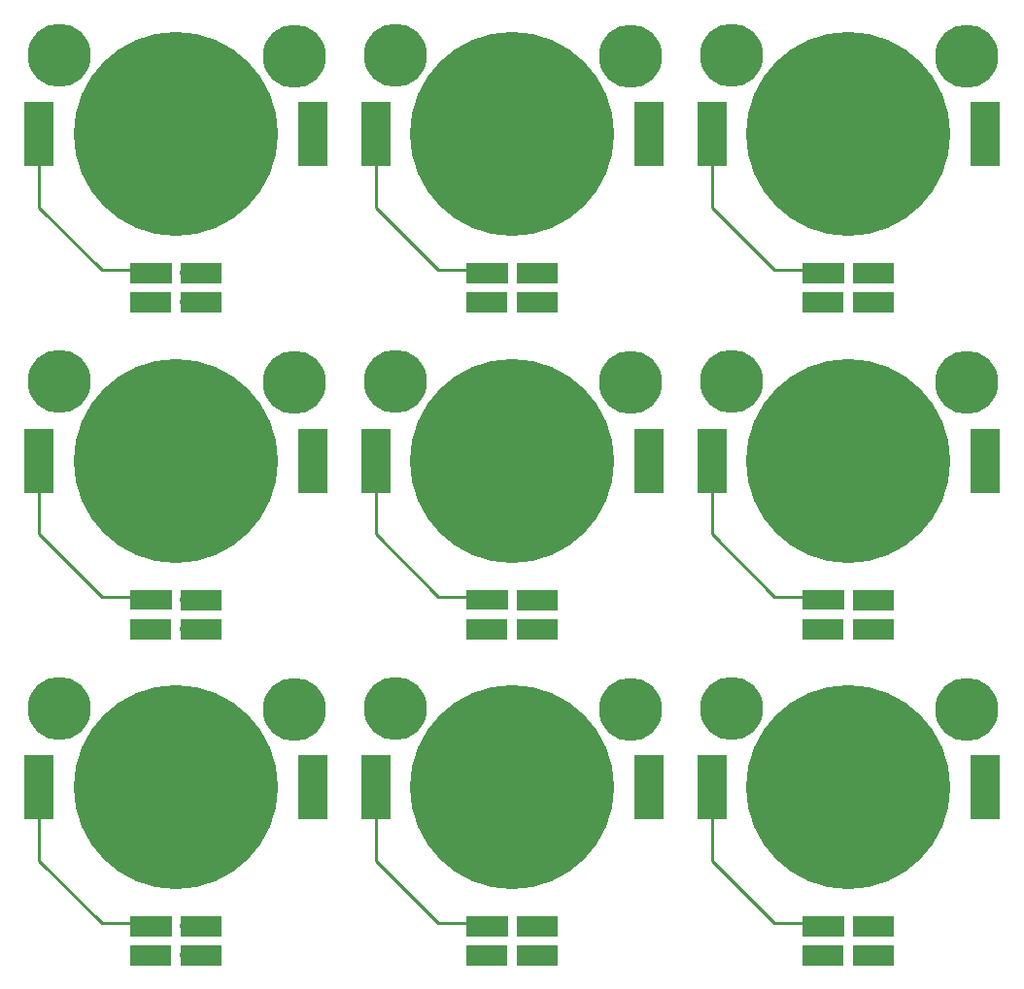
<source format=gbr>
%TF.GenerationSoftware,KiCad,Pcbnew,7.0.2-0*%
%TF.CreationDate,2024-04-23T15:27:54-05:00*%
%TF.ProjectId,saopowerbrdvcut,73616f70-6f77-4657-9262-726476637574,rev?*%
%TF.SameCoordinates,Original*%
%TF.FileFunction,Copper,L1,Top*%
%TF.FilePolarity,Positive*%
%FSLAX46Y46*%
G04 Gerber Fmt 4.6, Leading zero omitted, Abs format (unit mm)*
G04 Created by KiCad (PCBNEW 7.0.2-0) date 2024-04-23 15:27:54*
%MOMM*%
%LPD*%
G01*
G04 APERTURE LIST*
%TA.AperFunction,EtchedComponent*%
%ADD10C,0.120000*%
%TD*%
%TA.AperFunction,SMDPad,CuDef*%
%ADD11R,2.600000X5.560000*%
%TD*%
%TA.AperFunction,SMDPad,CuDef*%
%ADD12C,17.800000*%
%TD*%
%TA.AperFunction,ComponentPad*%
%ADD13R,1.727200X1.727200*%
%TD*%
%TA.AperFunction,ComponentPad*%
%ADD14C,1.727200*%
%TD*%
%TA.AperFunction,ComponentPad*%
%ADD15O,1.727200X1.727200*%
%TD*%
%TA.AperFunction,ViaPad*%
%ADD16C,5.500000*%
%TD*%
%TA.AperFunction,ViaPad*%
%ADD17C,0.800000*%
%TD*%
%TA.AperFunction,Conductor*%
%ADD18C,0.250000*%
%TD*%
G04 APERTURE END LIST*
D10*
%TO.C,REF\u002A\u002A*%
X118714001Y-43740654D02*
X115194001Y-43740654D01*
X115194001Y-43740654D02*
X115194001Y-45420654D01*
X115194001Y-45420654D02*
X118714001Y-45420654D01*
X118714001Y-45420654D02*
X118714001Y-43740654D01*
G36*
X118714001Y-43740654D02*
G01*
X115194001Y-43740654D01*
X115194001Y-45420654D01*
X118714001Y-45420654D01*
X118714001Y-43740654D01*
G37*
X118744001Y-41190654D02*
X115224001Y-41190654D01*
X115224001Y-41190654D02*
X115224001Y-42870654D01*
X115224001Y-42870654D02*
X118744001Y-42870654D01*
X118744001Y-42870654D02*
X118744001Y-41190654D01*
G36*
X118744001Y-41190654D02*
G01*
X115224001Y-41190654D01*
X115224001Y-42870654D01*
X118744001Y-42870654D01*
X118744001Y-41190654D01*
G37*
X123124001Y-41200654D02*
X119604001Y-41200654D01*
X119604001Y-41200654D02*
X119604001Y-42880654D01*
X119604001Y-42880654D02*
X123124001Y-42880654D01*
X123124001Y-42880654D02*
X123124001Y-41200654D01*
G36*
X123124001Y-41200654D02*
G01*
X119604001Y-41200654D01*
X119604001Y-42880654D01*
X123124001Y-42880654D01*
X123124001Y-41200654D01*
G37*
X123124001Y-43740654D02*
X119604001Y-43740654D01*
X119604001Y-43740654D02*
X119604001Y-45420654D01*
X119604001Y-45420654D02*
X123124001Y-45420654D01*
X123124001Y-45420654D02*
X123124001Y-43740654D01*
G36*
X123124001Y-43740654D02*
G01*
X119604001Y-43740654D01*
X119604001Y-45420654D01*
X123124001Y-45420654D01*
X123124001Y-43740654D01*
G37*
X148016000Y-43740654D02*
X144496000Y-43740654D01*
X144496000Y-43740654D02*
X144496000Y-45420654D01*
X144496000Y-45420654D02*
X148016000Y-45420654D01*
X148016000Y-45420654D02*
X148016000Y-43740654D01*
G36*
X148016000Y-43740654D02*
G01*
X144496000Y-43740654D01*
X144496000Y-45420654D01*
X148016000Y-45420654D01*
X148016000Y-43740654D01*
G37*
X148046000Y-41190654D02*
X144526000Y-41190654D01*
X144526000Y-41190654D02*
X144526000Y-42870654D01*
X144526000Y-42870654D02*
X148046000Y-42870654D01*
X148046000Y-42870654D02*
X148046000Y-41190654D01*
G36*
X148046000Y-41190654D02*
G01*
X144526000Y-41190654D01*
X144526000Y-42870654D01*
X148046000Y-42870654D01*
X148046000Y-41190654D01*
G37*
X152426000Y-41200654D02*
X148906000Y-41200654D01*
X148906000Y-41200654D02*
X148906000Y-42880654D01*
X148906000Y-42880654D02*
X152426000Y-42880654D01*
X152426000Y-42880654D02*
X152426000Y-41200654D01*
G36*
X152426000Y-41200654D02*
G01*
X148906000Y-41200654D01*
X148906000Y-42880654D01*
X152426000Y-42880654D01*
X152426000Y-41200654D01*
G37*
X152426000Y-43740654D02*
X148906000Y-43740654D01*
X148906000Y-43740654D02*
X148906000Y-45420654D01*
X148906000Y-45420654D02*
X152426000Y-45420654D01*
X152426000Y-45420654D02*
X152426000Y-43740654D01*
G36*
X152426000Y-43740654D02*
G01*
X148906000Y-43740654D01*
X148906000Y-45420654D01*
X152426000Y-45420654D01*
X152426000Y-43740654D01*
G37*
X177317999Y-72231709D02*
X173797999Y-72231709D01*
X173797999Y-72231709D02*
X173797999Y-73911709D01*
X173797999Y-73911709D02*
X177317999Y-73911709D01*
X177317999Y-73911709D02*
X177317999Y-72231709D01*
G36*
X177317999Y-72231709D02*
G01*
X173797999Y-72231709D01*
X173797999Y-73911709D01*
X177317999Y-73911709D01*
X177317999Y-72231709D01*
G37*
X177347999Y-69681709D02*
X173827999Y-69681709D01*
X173827999Y-69681709D02*
X173827999Y-71361709D01*
X173827999Y-71361709D02*
X177347999Y-71361709D01*
X177347999Y-71361709D02*
X177347999Y-69681709D01*
G36*
X177347999Y-69681709D02*
G01*
X173827999Y-69681709D01*
X173827999Y-71361709D01*
X177347999Y-71361709D01*
X177347999Y-69681709D01*
G37*
X181727999Y-69691709D02*
X178207999Y-69691709D01*
X178207999Y-69691709D02*
X178207999Y-71371709D01*
X178207999Y-71371709D02*
X181727999Y-71371709D01*
X181727999Y-71371709D02*
X181727999Y-69691709D01*
G36*
X181727999Y-69691709D02*
G01*
X178207999Y-69691709D01*
X178207999Y-71371709D01*
X181727999Y-71371709D01*
X181727999Y-69691709D01*
G37*
X181727999Y-72231709D02*
X178207999Y-72231709D01*
X178207999Y-72231709D02*
X178207999Y-73911709D01*
X178207999Y-73911709D02*
X181727999Y-73911709D01*
X181727999Y-73911709D02*
X181727999Y-72231709D01*
G36*
X181727999Y-72231709D02*
G01*
X178207999Y-72231709D01*
X178207999Y-73911709D01*
X181727999Y-73911709D01*
X181727999Y-72231709D01*
G37*
X118714001Y-100722764D02*
X115194001Y-100722764D01*
X115194001Y-100722764D02*
X115194001Y-102402764D01*
X115194001Y-102402764D02*
X118714001Y-102402764D01*
X118714001Y-102402764D02*
X118714001Y-100722764D01*
G36*
X118714001Y-100722764D02*
G01*
X115194001Y-100722764D01*
X115194001Y-102402764D01*
X118714001Y-102402764D01*
X118714001Y-100722764D01*
G37*
X118744001Y-98172764D02*
X115224001Y-98172764D01*
X115224001Y-98172764D02*
X115224001Y-99852764D01*
X115224001Y-99852764D02*
X118744001Y-99852764D01*
X118744001Y-99852764D02*
X118744001Y-98172764D01*
G36*
X118744001Y-98172764D02*
G01*
X115224001Y-98172764D01*
X115224001Y-99852764D01*
X118744001Y-99852764D01*
X118744001Y-98172764D01*
G37*
X123124001Y-98182764D02*
X119604001Y-98182764D01*
X119604001Y-98182764D02*
X119604001Y-99862764D01*
X119604001Y-99862764D02*
X123124001Y-99862764D01*
X123124001Y-99862764D02*
X123124001Y-98182764D01*
G36*
X123124001Y-98182764D02*
G01*
X119604001Y-98182764D01*
X119604001Y-99862764D01*
X123124001Y-99862764D01*
X123124001Y-98182764D01*
G37*
X123124001Y-100722764D02*
X119604001Y-100722764D01*
X119604001Y-100722764D02*
X119604001Y-102402764D01*
X119604001Y-102402764D02*
X123124001Y-102402764D01*
X123124001Y-102402764D02*
X123124001Y-100722764D01*
G36*
X123124001Y-100722764D02*
G01*
X119604001Y-100722764D01*
X119604001Y-102402764D01*
X123124001Y-102402764D01*
X123124001Y-100722764D01*
G37*
X118714001Y-72231709D02*
X115194001Y-72231709D01*
X115194001Y-72231709D02*
X115194001Y-73911709D01*
X115194001Y-73911709D02*
X118714001Y-73911709D01*
X118714001Y-73911709D02*
X118714001Y-72231709D01*
G36*
X118714001Y-72231709D02*
G01*
X115194001Y-72231709D01*
X115194001Y-73911709D01*
X118714001Y-73911709D01*
X118714001Y-72231709D01*
G37*
X118744001Y-69681709D02*
X115224001Y-69681709D01*
X115224001Y-69681709D02*
X115224001Y-71361709D01*
X115224001Y-71361709D02*
X118744001Y-71361709D01*
X118744001Y-71361709D02*
X118744001Y-69681709D01*
G36*
X118744001Y-69681709D02*
G01*
X115224001Y-69681709D01*
X115224001Y-71361709D01*
X118744001Y-71361709D01*
X118744001Y-69681709D01*
G37*
X123124001Y-69691709D02*
X119604001Y-69691709D01*
X119604001Y-69691709D02*
X119604001Y-71371709D01*
X119604001Y-71371709D02*
X123124001Y-71371709D01*
X123124001Y-71371709D02*
X123124001Y-69691709D01*
G36*
X123124001Y-69691709D02*
G01*
X119604001Y-69691709D01*
X119604001Y-71371709D01*
X123124001Y-71371709D01*
X123124001Y-69691709D01*
G37*
X123124001Y-72231709D02*
X119604001Y-72231709D01*
X119604001Y-72231709D02*
X119604001Y-73911709D01*
X119604001Y-73911709D02*
X123124001Y-73911709D01*
X123124001Y-73911709D02*
X123124001Y-72231709D01*
G36*
X123124001Y-72231709D02*
G01*
X119604001Y-72231709D01*
X119604001Y-73911709D01*
X123124001Y-73911709D01*
X123124001Y-72231709D01*
G37*
X177317999Y-43740654D02*
X173797999Y-43740654D01*
X173797999Y-43740654D02*
X173797999Y-45420654D01*
X173797999Y-45420654D02*
X177317999Y-45420654D01*
X177317999Y-45420654D02*
X177317999Y-43740654D01*
G36*
X177317999Y-43740654D02*
G01*
X173797999Y-43740654D01*
X173797999Y-45420654D01*
X177317999Y-45420654D01*
X177317999Y-43740654D01*
G37*
X177347999Y-41190654D02*
X173827999Y-41190654D01*
X173827999Y-41190654D02*
X173827999Y-42870654D01*
X173827999Y-42870654D02*
X177347999Y-42870654D01*
X177347999Y-42870654D02*
X177347999Y-41190654D01*
G36*
X177347999Y-41190654D02*
G01*
X173827999Y-41190654D01*
X173827999Y-42870654D01*
X177347999Y-42870654D01*
X177347999Y-41190654D01*
G37*
X181727999Y-41200654D02*
X178207999Y-41200654D01*
X178207999Y-41200654D02*
X178207999Y-42880654D01*
X178207999Y-42880654D02*
X181727999Y-42880654D01*
X181727999Y-42880654D02*
X181727999Y-41200654D01*
G36*
X181727999Y-41200654D02*
G01*
X178207999Y-41200654D01*
X178207999Y-42880654D01*
X181727999Y-42880654D01*
X181727999Y-41200654D01*
G37*
X181727999Y-43740654D02*
X178207999Y-43740654D01*
X178207999Y-43740654D02*
X178207999Y-45420654D01*
X178207999Y-45420654D02*
X181727999Y-45420654D01*
X181727999Y-45420654D02*
X181727999Y-43740654D01*
G36*
X181727999Y-43740654D02*
G01*
X178207999Y-43740654D01*
X178207999Y-45420654D01*
X181727999Y-45420654D01*
X181727999Y-43740654D01*
G37*
X148016000Y-100722764D02*
X144496000Y-100722764D01*
X144496000Y-100722764D02*
X144496000Y-102402764D01*
X144496000Y-102402764D02*
X148016000Y-102402764D01*
X148016000Y-102402764D02*
X148016000Y-100722764D01*
G36*
X148016000Y-100722764D02*
G01*
X144496000Y-100722764D01*
X144496000Y-102402764D01*
X148016000Y-102402764D01*
X148016000Y-100722764D01*
G37*
X148046000Y-98172764D02*
X144526000Y-98172764D01*
X144526000Y-98172764D02*
X144526000Y-99852764D01*
X144526000Y-99852764D02*
X148046000Y-99852764D01*
X148046000Y-99852764D02*
X148046000Y-98172764D01*
G36*
X148046000Y-98172764D02*
G01*
X144526000Y-98172764D01*
X144526000Y-99852764D01*
X148046000Y-99852764D01*
X148046000Y-98172764D01*
G37*
X152426000Y-98182764D02*
X148906000Y-98182764D01*
X148906000Y-98182764D02*
X148906000Y-99862764D01*
X148906000Y-99862764D02*
X152426000Y-99862764D01*
X152426000Y-99862764D02*
X152426000Y-98182764D01*
G36*
X152426000Y-98182764D02*
G01*
X148906000Y-98182764D01*
X148906000Y-99862764D01*
X152426000Y-99862764D01*
X152426000Y-98182764D01*
G37*
X152426000Y-100722764D02*
X148906000Y-100722764D01*
X148906000Y-100722764D02*
X148906000Y-102402764D01*
X148906000Y-102402764D02*
X152426000Y-102402764D01*
X152426000Y-102402764D02*
X152426000Y-100722764D01*
G36*
X152426000Y-100722764D02*
G01*
X148906000Y-100722764D01*
X148906000Y-102402764D01*
X152426000Y-102402764D01*
X152426000Y-100722764D01*
G37*
X148016000Y-72231709D02*
X144496000Y-72231709D01*
X144496000Y-72231709D02*
X144496000Y-73911709D01*
X144496000Y-73911709D02*
X148016000Y-73911709D01*
X148016000Y-73911709D02*
X148016000Y-72231709D01*
G36*
X148016000Y-72231709D02*
G01*
X144496000Y-72231709D01*
X144496000Y-73911709D01*
X148016000Y-73911709D01*
X148016000Y-72231709D01*
G37*
X148046000Y-69681709D02*
X144526000Y-69681709D01*
X144526000Y-69681709D02*
X144526000Y-71361709D01*
X144526000Y-71361709D02*
X148046000Y-71361709D01*
X148046000Y-71361709D02*
X148046000Y-69681709D01*
G36*
X148046000Y-69681709D02*
G01*
X144526000Y-69681709D01*
X144526000Y-71361709D01*
X148046000Y-71361709D01*
X148046000Y-69681709D01*
G37*
X152426000Y-69691709D02*
X148906000Y-69691709D01*
X148906000Y-69691709D02*
X148906000Y-71371709D01*
X148906000Y-71371709D02*
X152426000Y-71371709D01*
X152426000Y-71371709D02*
X152426000Y-69691709D01*
G36*
X152426000Y-69691709D02*
G01*
X148906000Y-69691709D01*
X148906000Y-71371709D01*
X152426000Y-71371709D01*
X152426000Y-69691709D01*
G37*
X152426000Y-72231709D02*
X148906000Y-72231709D01*
X148906000Y-72231709D02*
X148906000Y-73911709D01*
X148906000Y-73911709D02*
X152426000Y-73911709D01*
X152426000Y-73911709D02*
X152426000Y-72231709D01*
G36*
X152426000Y-72231709D02*
G01*
X148906000Y-72231709D01*
X148906000Y-73911709D01*
X152426000Y-73911709D01*
X152426000Y-72231709D01*
G37*
X177317999Y-100722764D02*
X173797999Y-100722764D01*
X173797999Y-100722764D02*
X173797999Y-102402764D01*
X173797999Y-102402764D02*
X177317999Y-102402764D01*
X177317999Y-102402764D02*
X177317999Y-100722764D01*
G36*
X177317999Y-100722764D02*
G01*
X173797999Y-100722764D01*
X173797999Y-102402764D01*
X177317999Y-102402764D01*
X177317999Y-100722764D01*
G37*
X177347999Y-98172764D02*
X173827999Y-98172764D01*
X173827999Y-98172764D02*
X173827999Y-99852764D01*
X173827999Y-99852764D02*
X177347999Y-99852764D01*
X177347999Y-99852764D02*
X177347999Y-98172764D01*
G36*
X177347999Y-98172764D02*
G01*
X173827999Y-98172764D01*
X173827999Y-99852764D01*
X177347999Y-99852764D01*
X177347999Y-98172764D01*
G37*
X181727999Y-98182764D02*
X178207999Y-98182764D01*
X178207999Y-98182764D02*
X178207999Y-99862764D01*
X178207999Y-99862764D02*
X181727999Y-99862764D01*
X181727999Y-99862764D02*
X181727999Y-98182764D01*
G36*
X181727999Y-98182764D02*
G01*
X178207999Y-98182764D01*
X178207999Y-99862764D01*
X181727999Y-99862764D01*
X181727999Y-98182764D01*
G37*
X181727999Y-100722764D02*
X178207999Y-100722764D01*
X178207999Y-100722764D02*
X178207999Y-102402764D01*
X178207999Y-102402764D02*
X181727999Y-102402764D01*
X181727999Y-102402764D02*
X181727999Y-100722764D01*
G36*
X181727999Y-100722764D02*
G01*
X178207999Y-100722764D01*
X178207999Y-102402764D01*
X181727999Y-102402764D01*
X181727999Y-100722764D01*
G37*
%TD*%
D11*
%TO.P,REF\u002A\u002A,1*%
%TO.N,N/C*%
X165907999Y-58421709D03*
X189717999Y-58421709D03*
D12*
%TO.P,REF\u002A\u002A,2*%
X177812999Y-58421709D03*
%TD*%
D11*
%TO.P,REF\u002A\u002A,1*%
%TO.N,N/C*%
X165907999Y-29930654D03*
X189717999Y-29930654D03*
D12*
%TO.P,REF\u002A\u002A,2*%
X177812999Y-29930654D03*
%TD*%
D13*
%TO.P,REF\u002A\u002A,1*%
%TO.N,N/C*%
X117884001Y-42040654D03*
D14*
%TO.P,REF\u002A\u002A,2*%
X117884001Y-44580654D03*
D15*
%TO.P,REF\u002A\u002A,3*%
X120424001Y-42040654D03*
%TO.P,REF\u002A\u002A,4*%
X120424001Y-44580654D03*
%TD*%
D13*
%TO.P,REF\u002A\u002A,1*%
%TO.N,N/C*%
X147186000Y-42040654D03*
D14*
%TO.P,REF\u002A\u002A,2*%
X147186000Y-44580654D03*
D15*
%TO.P,REF\u002A\u002A,3*%
X149726000Y-42040654D03*
%TO.P,REF\u002A\u002A,4*%
X149726000Y-44580654D03*
%TD*%
D11*
%TO.P,REF\u002A\u002A,1*%
%TO.N,N/C*%
X136606000Y-86912764D03*
X160416000Y-86912764D03*
D12*
%TO.P,REF\u002A\u002A,2*%
X148511000Y-86912764D03*
%TD*%
D13*
%TO.P,REF\u002A\u002A,1*%
%TO.N,N/C*%
X176487999Y-70531709D03*
D14*
%TO.P,REF\u002A\u002A,2*%
X176487999Y-73071709D03*
D15*
%TO.P,REF\u002A\u002A,3*%
X179027999Y-70531709D03*
%TO.P,REF\u002A\u002A,4*%
X179027999Y-73071709D03*
%TD*%
D13*
%TO.P,REF\u002A\u002A,1*%
%TO.N,N/C*%
X117884001Y-99022764D03*
D14*
%TO.P,REF\u002A\u002A,2*%
X117884001Y-101562764D03*
D15*
%TO.P,REF\u002A\u002A,3*%
X120424001Y-99022764D03*
%TO.P,REF\u002A\u002A,4*%
X120424001Y-101562764D03*
%TD*%
D11*
%TO.P,REF\u002A\u002A,1*%
%TO.N,N/C*%
X136606000Y-58421709D03*
X160416000Y-58421709D03*
D12*
%TO.P,REF\u002A\u002A,2*%
X148511000Y-58421709D03*
%TD*%
D13*
%TO.P,REF\u002A\u002A,1*%
%TO.N,N/C*%
X117884001Y-70531709D03*
D14*
%TO.P,REF\u002A\u002A,2*%
X117884001Y-73071709D03*
D15*
%TO.P,REF\u002A\u002A,3*%
X120424001Y-70531709D03*
%TO.P,REF\u002A\u002A,4*%
X120424001Y-73071709D03*
%TD*%
D13*
%TO.P,REF\u002A\u002A,1*%
%TO.N,N/C*%
X176487999Y-42040654D03*
D14*
%TO.P,REF\u002A\u002A,2*%
X176487999Y-44580654D03*
D15*
%TO.P,REF\u002A\u002A,3*%
X179027999Y-42040654D03*
%TO.P,REF\u002A\u002A,4*%
X179027999Y-44580654D03*
%TD*%
D13*
%TO.P,REF\u002A\u002A,1*%
%TO.N,N/C*%
X147186000Y-99022764D03*
D14*
%TO.P,REF\u002A\u002A,2*%
X147186000Y-101562764D03*
D15*
%TO.P,REF\u002A\u002A,3*%
X149726000Y-99022764D03*
%TO.P,REF\u002A\u002A,4*%
X149726000Y-101562764D03*
%TD*%
D13*
%TO.P,REF\u002A\u002A,1*%
%TO.N,N/C*%
X147186000Y-70531709D03*
D14*
%TO.P,REF\u002A\u002A,2*%
X147186000Y-73071709D03*
D15*
%TO.P,REF\u002A\u002A,3*%
X149726000Y-70531709D03*
%TO.P,REF\u002A\u002A,4*%
X149726000Y-73071709D03*
%TD*%
D11*
%TO.P,REF\u002A\u002A,1*%
%TO.N,N/C*%
X107304001Y-86912764D03*
X131114001Y-86912764D03*
D12*
%TO.P,REF\u002A\u002A,2*%
X119209001Y-86912764D03*
%TD*%
D11*
%TO.P,REF\u002A\u002A,1*%
%TO.N,N/C*%
X107304001Y-58421709D03*
X131114001Y-58421709D03*
D12*
%TO.P,REF\u002A\u002A,2*%
X119209001Y-58421709D03*
%TD*%
D11*
%TO.P,REF\u002A\u002A,1*%
%TO.N,N/C*%
X107304001Y-29930654D03*
X131114001Y-29930654D03*
D12*
%TO.P,REF\u002A\u002A,2*%
X119209001Y-29930654D03*
%TD*%
D13*
%TO.P,REF\u002A\u002A,1*%
%TO.N,N/C*%
X176487999Y-99022764D03*
D14*
%TO.P,REF\u002A\u002A,2*%
X176487999Y-101562764D03*
D15*
%TO.P,REF\u002A\u002A,3*%
X179027999Y-99022764D03*
%TO.P,REF\u002A\u002A,4*%
X179027999Y-101562764D03*
%TD*%
D11*
%TO.P,REF\u002A\u002A,1*%
%TO.N,N/C*%
X136606000Y-29930654D03*
X160416000Y-29930654D03*
D12*
%TO.P,REF\u002A\u002A,2*%
X148511000Y-29930654D03*
%TD*%
D11*
%TO.P,REF\u002A\u002A,1*%
%TO.N,N/C*%
X165907999Y-86912764D03*
X189717999Y-86912764D03*
D12*
%TO.P,REF\u002A\u002A,2*%
X177812999Y-86912764D03*
%TD*%
D16*
%TO.N,*%
X138317000Y-51551709D03*
D17*
X152041000Y-33260654D03*
D16*
X129519001Y-23120654D03*
X167618999Y-80042764D03*
D17*
X152041000Y-61751709D03*
D16*
X167618999Y-23060654D03*
X158821000Y-51611709D03*
D17*
X152041000Y-90242764D03*
X181342999Y-90242764D03*
D16*
X109015001Y-23060654D03*
X109015001Y-80042764D03*
X188122999Y-51611709D03*
D17*
X122739001Y-61751709D03*
X181342999Y-33260654D03*
X181342999Y-61751709D03*
D16*
X138317000Y-23060654D03*
X129519001Y-51611709D03*
X138317000Y-80042764D03*
D17*
X122739001Y-90242764D03*
D16*
X158821000Y-23120654D03*
X129519001Y-80102764D03*
X188122999Y-23120654D03*
D17*
X122739001Y-33260654D03*
D16*
X167618999Y-51551709D03*
X109015001Y-51551709D03*
X188122999Y-80102764D03*
X158821000Y-80102764D03*
%TD*%
D18*
%TO.N,*%
X147061000Y-41780654D02*
X142061000Y-41780654D01*
X171362999Y-98762764D02*
X165907999Y-93307764D01*
X176362999Y-41780654D02*
X171362999Y-41780654D01*
X171362999Y-70271709D02*
X165907999Y-64816709D01*
X176362999Y-98762764D02*
X171362999Y-98762764D01*
X136606000Y-93307764D02*
X136606000Y-86912764D01*
X112759001Y-98762764D02*
X107304001Y-93307764D01*
X142061000Y-41780654D02*
X136606000Y-36325654D01*
X148511000Y-86912764D02*
X148511000Y-91662764D01*
X119209001Y-86912764D02*
X119209001Y-91662764D01*
X171362999Y-41780654D02*
X165907999Y-36325654D01*
X165907999Y-64816709D02*
X165907999Y-58421709D01*
X142061000Y-98762764D02*
X136606000Y-93307764D01*
X176362999Y-70271709D02*
X171362999Y-70271709D01*
X165907999Y-36325654D02*
X165907999Y-29930654D01*
X112759001Y-41780654D02*
X107304001Y-36325654D01*
X177812999Y-86912764D02*
X177812999Y-91662764D01*
X112759001Y-70271709D02*
X107304001Y-64816709D01*
X107304001Y-64816709D02*
X107304001Y-58421709D01*
X142061000Y-70271709D02*
X136606000Y-64816709D01*
X136606000Y-64816709D02*
X136606000Y-58421709D01*
X148511000Y-29930654D02*
X148511000Y-34680654D01*
X117759001Y-70271709D02*
X112759001Y-70271709D01*
X107304001Y-36325654D02*
X107304001Y-29930654D01*
X136606000Y-36325654D02*
X136606000Y-29930654D01*
X165907999Y-93307764D02*
X165907999Y-86912764D01*
X147061000Y-70271709D02*
X142061000Y-70271709D01*
X119209001Y-29930654D02*
X119209001Y-34680654D01*
X177812999Y-29930654D02*
X177812999Y-34680654D01*
X119209001Y-58421709D02*
X119209001Y-63171709D01*
X117759001Y-98762764D02*
X112759001Y-98762764D01*
X177812999Y-58421709D02*
X177812999Y-63171709D01*
X117759001Y-41780654D02*
X112759001Y-41780654D01*
X148511000Y-58421709D02*
X148511000Y-63171709D01*
X147061000Y-98762764D02*
X142061000Y-98762764D01*
X107304001Y-93307764D02*
X107304001Y-86912764D01*
%TD*%
M02*

</source>
